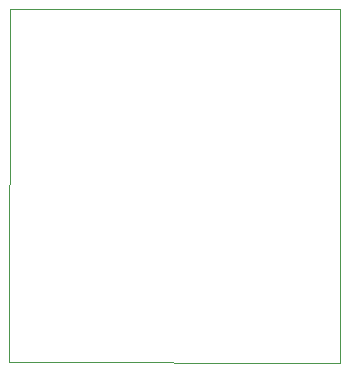
<source format=gbr>
%TF.GenerationSoftware,KiCad,Pcbnew,7.0.9-7.0.9~ubuntu22.04.1*%
%TF.CreationDate,2023-12-17T15:48:07-06:00*%
%TF.ProjectId,PacSat_JTAG_Interface,50616353-6174-45f4-9a54-41475f496e74,rev?*%
%TF.SameCoordinates,Original*%
%TF.FileFunction,Profile,NP*%
%FSLAX46Y46*%
G04 Gerber Fmt 4.6, Leading zero omitted, Abs format (unit mm)*
G04 Created by KiCad (PCBNEW 7.0.9-7.0.9~ubuntu22.04.1) date 2023-12-17 15:48:07*
%MOMM*%
%LPD*%
G01*
G04 APERTURE LIST*
%TA.AperFunction,Profile*%
%ADD10C,0.100000*%
%TD*%
G04 APERTURE END LIST*
D10*
X111760000Y-68580000D02*
X83820000Y-68580000D01*
X83712050Y-98425000D02*
X111703485Y-98478975D01*
X83712050Y-98425000D02*
X83820000Y-68580000D01*
X111760000Y-68580000D02*
X111703485Y-98478975D01*
M02*

</source>
